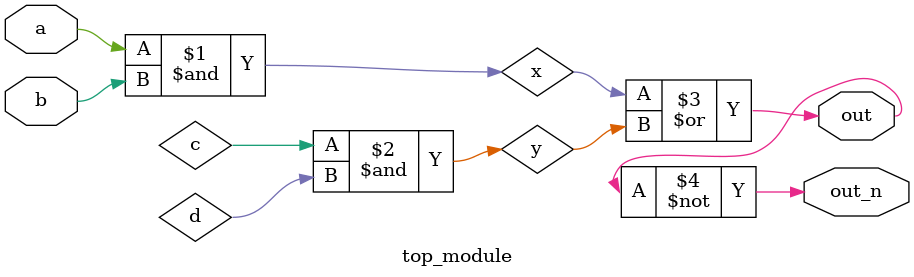
<source format=v>
module top_module(
    input a,
    input b,
    output out,
    output out_n);
    wire x;    // Declaring a wire (net type variable), these are used for internal connections 
    wire y;    // Delcarinng another wire
    assign x = a & b;
    assign y = c & d;
    assign out = x | y; // Note that the order of writing these two not gates wont effect the final ckt, because it is a piece of hardware
    assign out_n = ~out;
endmodule 

</source>
